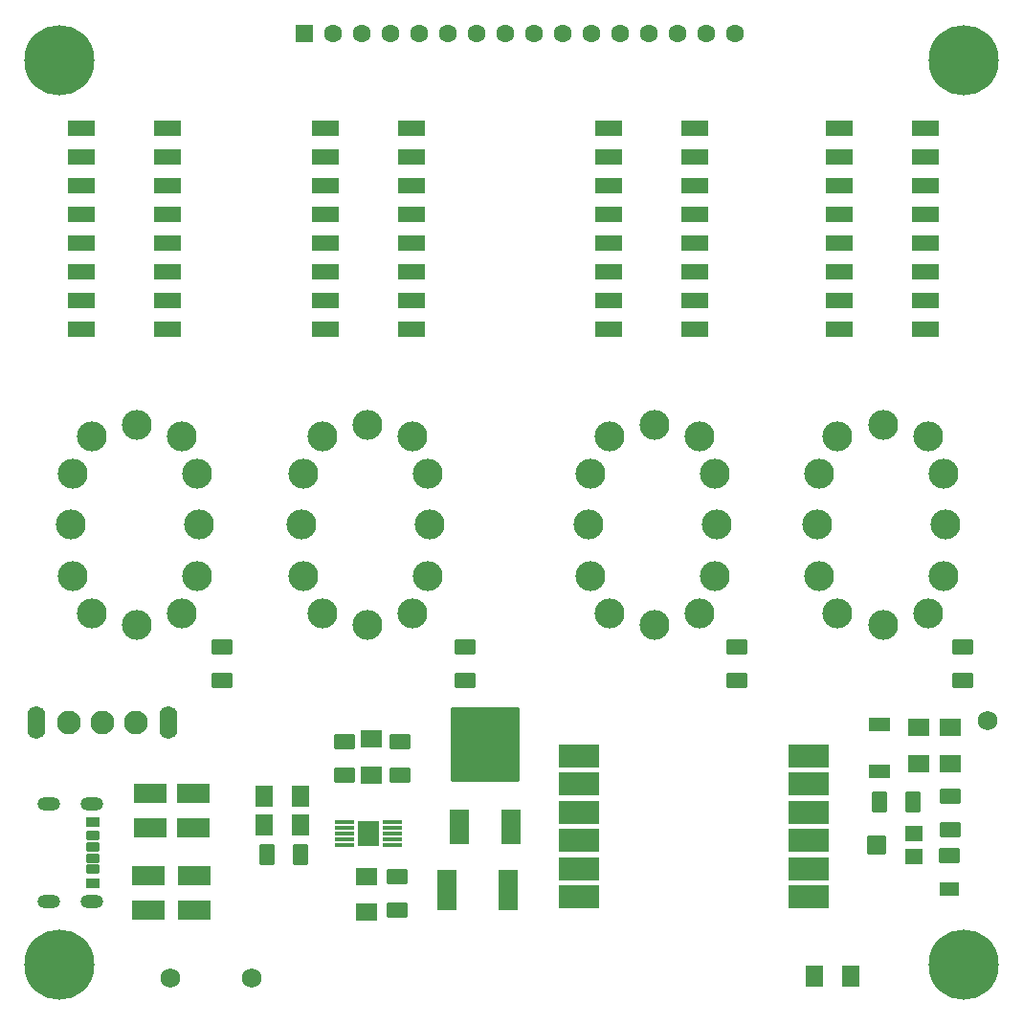
<source format=gts>
G04 Layer: TopSolderMaskLayer*
G04 EasyEDA v6.5.34, 2023-09-21 21:59:44*
G04 1037e3338c1a49738aad6bad4f376bef,8e72fd04a6c14d66a7e837eb9aaabff2,10*
G04 Gerber Generator version 0.2*
G04 Scale: 100 percent, Rotated: No, Reflected: No *
G04 Dimensions in millimeters *
G04 leading zeros omitted , absolute positions ,4 integer and 5 decimal *
%FSLAX45Y45*%
%MOMM*%

%AMMACRO1*1,1,$1,$2,$3*1,1,$1,$4,$5*1,1,$1,0-$2,0-$3*1,1,$1,0-$4,0-$5*20,1,$1,$2,$3,$4,$5,0*20,1,$1,$4,$5,0-$2,0-$3,0*20,1,$1,0-$2,0-$3,0-$4,0-$5,0*20,1,$1,0-$4,0-$5,$2,$3,0*4,1,4,$2,$3,$4,$5,0-$2,0-$3,0-$4,0-$5,$2,$3,0*%
%ADD10MACRO1,0.1016X-0.7425X-0.864X-0.7425X0.864*%
%ADD11MACRO1,0.1016X0.7425X-0.864X0.7425X0.864*%
%ADD12MACRO1,0.1016X-0.864X0.7425X0.864X0.7425*%
%ADD13MACRO1,0.1016X-0.864X-0.7425X0.864X-0.7425*%
%ADD14MACRO1,0.1016X0.864X-0.7425X-0.864X-0.7425*%
%ADD15MACRO1,0.1016X0.864X0.7425X-0.864X0.7425*%
%ADD16MACRO1,0.1016X0.7425X0.864X0.7425X-0.864*%
%ADD17MACRO1,0.1016X-0.7425X0.864X-0.7425X-0.864*%
%ADD18MACRO1,0.1016X0.86X-0.5599X-0.86X-0.5599*%
%ADD19MACRO1,0.2032X-1.715X0.895X1.715X0.895*%
%ADD20C,1.7272*%
%ADD21C,2.6416*%
%ADD22MACRO1,0.1016X2.9997X-3.2499X-2.9997X-3.2499*%
%ADD23MACRO1,0.1016X0.8001X-1.4999X-0.8001X-1.4999*%
%ADD24MACRO1,0.1016X0.8001X-1.5011X-0.8001X-1.5011*%
%ADD25MACRO1,0.1016X-0.8505X0.6038X0.8505X0.6038*%
%ADD26MACRO1,0.1016X-0.8505X-0.6038X0.8505X-0.6038*%
%ADD27MACRO1,0.1016X-0.6038X-0.8505X-0.6038X0.8505*%
%ADD28MACRO1,0.1016X0.6038X-0.8505X0.6038X0.8505*%
%ADD29MACRO1,0.1016X-0.8X-0.8001X-0.8X0.8001*%
%ADD30MACRO1,0.1016X-0.75X-0.5999X-0.75X0.5999*%
%ADD31MACRO1,0.1016X0.8505X-0.6038X-0.8505X-0.6038*%
%ADD32MACRO1,0.1016X0.8505X0.6038X-0.8505X0.6038*%
%ADD33R,1.8026X1.3091*%
%ADD34O,1.6015970000000002X2.9015944*%
%ADD35C,2.1016*%
%ADD36MACRO1,0.1016X-0.7499X0.7499X0.7499X0.7499*%
%ADD37C,1.6015*%
%ADD38O,1.7216120000000001X0.38160960000000005*%
%ADD39MACRO1,0.1016X0.915X1.05X0.915X-1.05*%
%ADD40MACRO1,0.2032X1.0909X-0.6058X-1.0909X-0.6058*%
%ADD41MACRO1,0.1016X-0.8X1.75X0.8X1.75*%
%ADD42MACRO1,0.1016X-1.35X0.8175X1.35X0.8175*%
%ADD43MACRO1,0.1016X-1.35X-0.8175X1.35X-0.8175*%
%ADD44MACRO1,0.1016X1.35X-0.8175X-1.35X-0.8175*%
%ADD45MACRO1,0.1016X1.35X0.8175X-1.35X0.8175*%
%ADD46MACRO1,0.1016X0.5X0.4X0.5X-0.4*%
%ADD47MACRO1,0.1016X0.5X0.35X0.5X-0.35*%
%ADD48O,2.0015962000000003X1.2015978000000003*%
%ADD49C,6.2032*%
%ADD50C,0.6100*%
%ADD51C,0.0169*%

%LPD*%
D10*
G01*
X2133252Y1237708D03*
D11*
G01*
X1814751Y1237708D03*
D12*
G01*
X2761401Y1675358D03*
D13*
G01*
X2761401Y1993859D03*
D10*
G01*
X2133252Y1491708D03*
D11*
G01*
X1814751Y1491708D03*
D14*
G01*
X2719981Y779246D03*
D15*
G01*
X2719981Y460745D03*
D12*
G01*
X7885254Y1780136D03*
D13*
G01*
X7885254Y2098636D03*
D12*
G01*
X7605255Y1780136D03*
D13*
G01*
X7605255Y2098636D03*
D16*
G01*
X6680728Y-99994D03*
D17*
G01*
X6999229Y-99994D03*
D18*
G01*
X7255255Y1711893D03*
G01*
X7255255Y2126879D03*
D19*
G01*
X4599485Y1846701D03*
G01*
X4599485Y596704D03*
G01*
X4599485Y1596702D03*
G01*
X4599485Y1346702D03*
G01*
X4599485Y1096703D03*
G01*
X4599485Y846703D03*
G01*
X6630480Y1846701D03*
G01*
X6630482Y1596702D03*
G01*
X6630480Y1346702D03*
G01*
X6630480Y1096703D03*
G01*
X6630480Y846703D03*
G01*
X6630480Y596704D03*
D20*
G01*
X8209983Y2159995D03*
G01*
X1700001Y-119999D03*
G01*
X980013Y-119999D03*
D21*
G01*
X686503Y4771369D03*
G01*
X1235143Y3889989D03*
G01*
X1222443Y4339569D03*
G01*
X686503Y3008609D03*
G01*
X1222443Y3440409D03*
G01*
X1085283Y3107669D03*
G01*
X1085283Y4672309D03*
G01*
X285183Y4672309D03*
G01*
X117543Y4339569D03*
G01*
X104843Y3889989D03*
G01*
X117543Y3440409D03*
G01*
X285183Y3107669D03*
G01*
X2726504Y4771369D03*
G01*
X3275144Y3889989D03*
G01*
X3262444Y4339569D03*
G01*
X2726504Y3008609D03*
G01*
X3262444Y3440409D03*
G01*
X3125284Y3107669D03*
G01*
X3125284Y4672309D03*
G01*
X2325184Y4672309D03*
G01*
X2157544Y4339569D03*
G01*
X2144844Y3889989D03*
G01*
X2157544Y3440409D03*
G01*
X2325184Y3107669D03*
G01*
X5266504Y4771369D03*
G01*
X5815144Y3889989D03*
G01*
X5802444Y4339569D03*
G01*
X5266504Y3008609D03*
G01*
X5802444Y3440409D03*
G01*
X5665284Y3107669D03*
G01*
X5665284Y4672309D03*
G01*
X4865184Y4672309D03*
G01*
X4697544Y4339569D03*
G01*
X4684844Y3889989D03*
G01*
X4697544Y3440409D03*
G01*
X4865184Y3107669D03*
G01*
X7286490Y4771369D03*
G01*
X7835130Y3889989D03*
G01*
X7822430Y4339569D03*
G01*
X7286490Y3008609D03*
G01*
X7822430Y3440409D03*
G01*
X7685270Y3107669D03*
G01*
X7685270Y4672309D03*
G01*
X6885170Y4672309D03*
G01*
X6717530Y4339569D03*
G01*
X6704830Y3889989D03*
G01*
X6717530Y3440409D03*
G01*
X6885170Y3107669D03*
D22*
G01*
X3764676Y1942317D03*
D23*
G01*
X3536182Y1218892D03*
D24*
G01*
X3993205Y1219535D03*
D25*
G01*
X1439989Y2512123D03*
D26*
G01*
X1439989Y2807876D03*
D25*
G01*
X2520101Y1674032D03*
D26*
G01*
X2520101Y1969785D03*
D27*
G01*
X7553131Y1439387D03*
D28*
G01*
X7257379Y1439387D03*
D29*
G01*
X7230244Y1059388D03*
D30*
G01*
X7560254Y1159388D03*
G01*
X7560254Y959388D03*
D31*
G01*
X2989981Y777872D03*
D32*
G01*
X2989981Y482119D03*
D27*
G01*
X2134577Y971008D03*
D28*
G01*
X1838825Y971008D03*
D25*
G01*
X3589985Y2512123D03*
D26*
G01*
X3589985Y2807876D03*
D25*
G01*
X7885254Y1191511D03*
D26*
G01*
X7885254Y1487263D03*
D25*
G01*
X3015401Y1674032D03*
D26*
G01*
X3015401Y1969785D03*
D25*
G01*
X5989980Y2512123D03*
D26*
G01*
X5989980Y2807876D03*
D25*
G01*
X7989976Y2512123D03*
D26*
G01*
X7989976Y2807876D03*
D31*
G01*
X7875254Y967265D03*
D33*
G01*
X7875262Y671504D03*
D34*
G01*
X-204985Y2140005D03*
G01*
X964989Y2140005D03*
D35*
G01*
X680001Y2140005D03*
G01*
X380001Y2140005D03*
G01*
X80002Y2140005D03*
D36*
G01*
X2169988Y8239983D03*
D37*
G01*
X2423990Y8239993D03*
G01*
X2677990Y8239993D03*
G01*
X2931990Y8239993D03*
G01*
X3185990Y8239993D03*
G01*
X3439990Y8239993D03*
G01*
X3693990Y8239993D03*
G01*
X3947990Y8239993D03*
G01*
X4201990Y8239993D03*
G01*
X4455990Y8239993D03*
G01*
X4709990Y8239993D03*
G01*
X4963990Y8239993D03*
G01*
X5217990Y8239993D03*
G01*
X5471990Y8239993D03*
G01*
X5725990Y8239993D03*
G01*
X5979990Y8239993D03*
D38*
G01*
X2525006Y1261496D03*
G01*
X2525006Y1211483D03*
G01*
X2525006Y1161496D03*
G01*
X2525006Y1111483D03*
G01*
X2525006Y1061496D03*
G01*
X2947001Y1261496D03*
G01*
X2947001Y1211483D03*
G01*
X2947001Y1161496D03*
G01*
X2947001Y1111483D03*
G01*
X2947001Y1061496D03*
D39*
G01*
X2736001Y1161508D03*
D40*
G01*
X192498Y5623687D03*
G01*
X192498Y5877687D03*
G01*
X192498Y6131687D03*
G01*
X192498Y6385687D03*
G01*
X192498Y6639687D03*
G01*
X192498Y6893687D03*
G01*
X192498Y7147687D03*
G01*
X192498Y7401687D03*
G01*
X954498Y7401687D03*
G01*
X954498Y7147687D03*
G01*
X954498Y6893687D03*
G01*
X954498Y6639687D03*
G01*
X954498Y6385687D03*
G01*
X954498Y6131687D03*
G01*
X954498Y5877687D03*
G01*
X954498Y5623687D03*
G01*
X2355105Y5623687D03*
G01*
X2355105Y5877687D03*
G01*
X2355105Y6131687D03*
G01*
X2355105Y6385687D03*
G01*
X2355105Y6639687D03*
G01*
X2355105Y6893687D03*
G01*
X2355105Y7147687D03*
G01*
X2355105Y7401687D03*
G01*
X3117105Y7401687D03*
G01*
X3117105Y7147687D03*
G01*
X3117105Y6893687D03*
G01*
X3117105Y6639687D03*
G01*
X3117105Y6385687D03*
G01*
X3117105Y6131687D03*
G01*
X3117105Y5877687D03*
G01*
X3117105Y5623687D03*
G01*
X4857005Y5623687D03*
G01*
X4857005Y5877687D03*
G01*
X4857005Y6131687D03*
G01*
X4857005Y6385687D03*
G01*
X4857005Y6639687D03*
G01*
X4857005Y6893687D03*
G01*
X4857005Y7147687D03*
G01*
X4857005Y7401687D03*
G01*
X5619005Y7401687D03*
G01*
X5619005Y7147687D03*
G01*
X5619005Y6893687D03*
G01*
X5619005Y6639687D03*
G01*
X5619005Y6385687D03*
G01*
X5619005Y6131687D03*
G01*
X5619005Y5877687D03*
G01*
X5619005Y5623687D03*
D41*
G01*
X3426597Y659994D03*
G01*
X3973362Y659994D03*
D42*
G01*
X800917Y1209387D03*
D43*
G01*
X800917Y1512887D03*
D42*
G01*
X1181917Y1209387D03*
D43*
G01*
X1181917Y1512887D03*
D44*
G01*
X788217Y788987D03*
D45*
G01*
X788217Y485487D03*
D44*
G01*
X1194617Y788987D03*
D45*
G01*
X1194617Y485487D03*
D40*
G01*
X6901705Y5623687D03*
G01*
X6901705Y5877687D03*
G01*
X6901705Y6131687D03*
G01*
X6901705Y6385687D03*
G01*
X6901705Y6639687D03*
G01*
X6901705Y6893687D03*
G01*
X6901705Y7147687D03*
G01*
X6901705Y7401687D03*
G01*
X7663705Y7401687D03*
G01*
X7663705Y7147687D03*
G01*
X7663705Y6893687D03*
G01*
X7663705Y6639687D03*
G01*
X7663705Y6385687D03*
G01*
X7663705Y6131687D03*
G01*
X7663705Y5877687D03*
G01*
X7663705Y5623687D03*
D46*
G01*
X298670Y1262827D03*
D47*
G01*
X298670Y1142836D03*
G01*
X298670Y1042836D03*
G01*
X298670Y942836D03*
G01*
X298670Y842836D03*
D46*
G01*
X298670Y722848D03*
D48*
G01*
X-93809Y560837D03*
G01*
X-93809Y1424818D03*
G01*
X286199Y560837D03*
G01*
X286199Y1424818D03*
D49*
G01*
X7999976Y5D03*
D50*
G01*
X7999976Y241305D03*
G01*
X7999976Y-228594D03*
G01*
X8241276Y5D03*
G01*
X7758676Y5D03*
G01*
X8165076Y165105D03*
G01*
X7822176Y165105D03*
G01*
X7822176Y-165094D03*
G01*
X8165076Y-165094D03*
D49*
G01*
X-7Y5D03*
D50*
G01*
X-7Y241305D03*
G01*
X-7Y-228594D03*
G01*
X241292Y5D03*
G01*
X-241307Y5D03*
G01*
X165092Y165105D03*
G01*
X-177807Y165105D03*
G01*
X-177807Y-165094D03*
G01*
X165092Y-165094D03*
D49*
G01*
X-7Y7999963D03*
D50*
G01*
X-7Y8241263D03*
G01*
X-7Y7771363D03*
G01*
X241292Y7999963D03*
G01*
X-241307Y7999963D03*
G01*
X165092Y8165063D03*
G01*
X-177807Y8165063D03*
G01*
X-177807Y7834863D03*
G01*
X165092Y7834863D03*
D49*
G01*
X7999976Y7999989D03*
D50*
G01*
X7999976Y8241289D03*
G01*
X7999976Y7771389D03*
G01*
X8241276Y7999989D03*
G01*
X7758676Y7999989D03*
G01*
X8165076Y8165089D03*
G01*
X7822176Y8165089D03*
G01*
X7822176Y7834889D03*
G01*
X8165076Y7834889D03*
M02*

</source>
